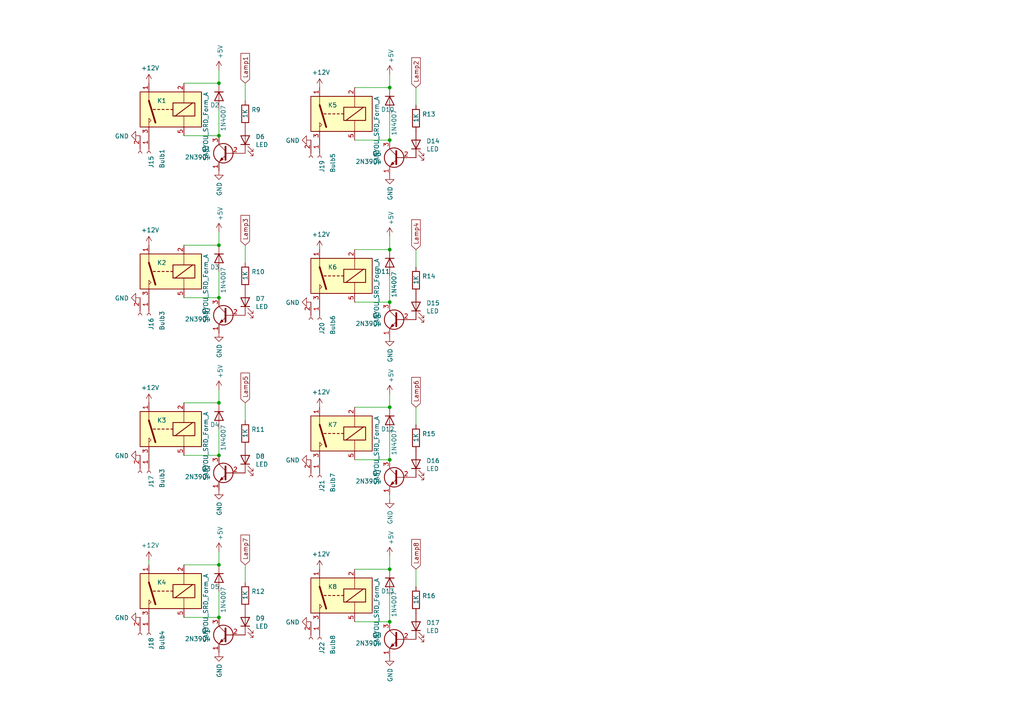
<source format=kicad_sch>
(kicad_sch (version 20230121) (generator eeschema)
  (paper "A4")
  (title_block (title "Quiz Buzzer") (date "2023-04-04") (rev "V0.1.2") (company "Tobin Stage") (comment 1 "By TwinTurbo"))
  (lib_symbols
    (symbol "Device:LED" (pin_numbers hide) (pin_names (offset 1.016) hide)
      (property "Reference" "D" (at 0 2.54 0))
      (property "Value" "LED" (at 0 -2.54 0))
      (symbol "LED_0_1"
        (polyline (pts (xy -1.27 -1.27) (xy -1.27 1.27)) (stroke (width 0.254)))
        (polyline (pts (xy -1.27 0) (xy 1.27 0)))
        (polyline (pts (xy 1.27 -1.27) (xy 1.27 1.27) (xy -1.27 0) (xy 1.27 -1.27)) (stroke (width 0.254)))
        (polyline (pts (xy -3.048 -0.762) (xy -4.572 -2.286) (xy -3.81 -2.286) (xy -4.572 -2.286) (xy -4.572 -1.524)))
        (polyline (pts (xy -1.778 -0.762) (xy -3.302 -2.286) (xy -2.54 -2.286) (xy -3.302 -2.286) (xy -3.302 -1.524)))
      )
      (symbol "LED_1_1"
        (pin passive line (at -3.81 0 0) (length 2.54) (name "K") (number "1"))
        (pin passive line (at 3.81 0 180) (length 2.54) (name "A") (number "2"))
      )
    )
    (symbol "Device:R" (pin_numbers hide) (pin_names (offset 0))
      (property "Reference" "R" (at 2.032 0 90))
      (property "Value" "R" (at 0 0 90))
      (symbol "R_0_1"
        (rectangle (start -1.016 -2.54) (end 1.016 2.54) (stroke (width 0.254)))
      )
      (symbol "R_1_1"
        (pin passive line (at 0 3.81 270) (length 1.27) (name "~") (number "1"))
        (pin passive line (at 0 -3.81 90) (length 1.27) (name "~") (number "2"))
      )
    )
    (symbol "Diode:1N4007" (pin_numbers hide) (pin_names hide)
      (property "Reference" "D" (at 0 2.54 0))
      (property "Value" "1N4007" (at 0 -2.54 0))
      (symbol "1N4007_0_1"
        (polyline (pts (xy -1.27 1.27) (xy -1.27 -1.27)) (stroke (width 0.254)))
        (polyline (pts (xy 1.27 0) (xy -1.27 0)))
        (polyline (pts (xy 1.27 1.27) (xy 1.27 -1.27) (xy -1.27 0) (xy 1.27 1.27)) (stroke (width 0.254)))
      )
      (symbol "1N4007_1_1"
        (pin passive line (at -3.81 0 0) (length 2.54) (name "K") (number "1"))
        (pin passive line (at 3.81 0 180) (length 2.54) (name "A") (number "2"))
      )
    )
    (symbol "Relay:SANYOU_SRD_Form_A"
      (property "Reference" "K" (at 8.89 3.81 0))
      (property "Value" "SANYOU_SRD_Form_A" (at 8.89 1.27 0))
      (symbol "SANYOU_SRD_Form_A_0_0"
        (polyline (pts (xy 5.08 5.08) (xy 5.08 2.54) (xy 4.445 3.175) (xy 5.08 3.81)))
      )
      (symbol "SANYOU_SRD_Form_A_0_1"
        (rectangle (start -10.16 5.08) (end 7.62 -5.08) (stroke (width 0.254)) (fill (type background)))
        (rectangle (start -8.255 1.905) (end -1.905 -1.905) (stroke (width 0.254)))
        (polyline (pts (xy -7.62 -1.905) (xy -2.54 1.905)) (stroke (width 0.254)))
        (polyline (pts (xy -5.08 -5.08) (xy -5.08 -1.905)))
        (polyline (pts (xy -5.08 5.08) (xy -5.08 1.905)))
        (polyline (pts (xy -1.905 0) (xy -1.27 0)) (stroke (width 0.254)))
        (polyline (pts (xy -0.635 0) (xy 0 0)) (stroke (width 0.254)))
        (polyline (pts (xy 0.635 0) (xy 1.27 0)) (stroke (width 0.254)))
        (polyline (pts (xy 1.905 0) (xy 2.54 0)) (stroke (width 0.254)))
        (polyline (pts (xy 3.175 0) (xy 3.81 0)) (stroke (width 0.254)))
        (polyline (pts (xy 5.08 -2.54) (xy 3.175 3.81)) (stroke (width 0.508)))
        (polyline (pts (xy 5.08 -2.54) (xy 5.08 -5.08)))
      )
      (symbol "SANYOU_SRD_Form_A_1_1"
        (pin passive line (at 5.08 -7.62 90) (length 2.54) (name "~") (number "1"))
        (pin passive line (at -5.08 -7.62 90) (length 2.54) (name "~") (number "2"))
        (pin passive line (at 5.08 7.62 270) (length 2.54) (name "~") (number "3"))
        (pin passive line (at -5.08 7.62 270) (length 2.54) (name "~") (number "5"))
      )
    )
    (symbol "Transistor_BJT:2N3904" (pin_names (offset 0) hide)
      (property "Reference" "Q" (at 5.08 1.905 0))
      (property "Value" "2N3904" (at 5.08 0 0))
      (symbol "2N3904_0_1"
        (polyline (pts (xy 0.635 0.635) (xy 2.54 2.54)))
        (polyline (pts (xy 0.635 -0.635) (xy 2.54 -2.54) (xy 2.54 -2.54)))
        (polyline (pts (xy 0.635 1.905) (xy 0.635 -1.905) (xy 0.635 -1.905)) (stroke (width 0.508)))
        (polyline (pts (xy 1.27 -1.778) (xy 1.778 -1.27) (xy 2.286 -2.286) (xy 1.27 -1.778) (xy 1.27 -1.778)) (fill (type outline)))
        (circle (center 1.27 0) (radius 2.8194) (stroke (width 0.254)))
      )
      (symbol "2N3904_1_1"
        (pin passive line (at 2.54 -5.08 90) (length 2.54) (name "E") (number "1"))
        (pin passive line (at -5.08 0 0) (length 5.715) (name "B") (number "2"))
        (pin passive line (at 2.54 5.08 270) (length 2.54) (name "C") (number "3"))
      )
    )
    (symbol "power:+12V" (power) (pin_names (offset 0))
      (property "Value" "+12V" (at 0 3.556 0))
      (symbol "+12V_0_1"
        (polyline (pts (xy -0.762 1.27) (xy 0 2.54)))
        (polyline (pts (xy 0 0) (xy 0 2.54)))
        (polyline (pts (xy 0 2.54) (xy 0.762 1.27)))
      )
      (symbol "+12V_1_1"
        (pin power_in line (at 0 0 90) (length 0) hide (name "+12V") (number "1"))
      )
    )
    (symbol "power:+5V" (power) (pin_names (offset 0))
      (property "Value" "+5V" (at 0 3.556 0))
      (symbol "+5V_0_1"
        (polyline (pts (xy -0.762 1.27) (xy 0 2.54)))
        (polyline (pts (xy 0 0) (xy 0 2.54)))
        (polyline (pts (xy 0 2.54) (xy 0.762 1.27)))
      )
      (symbol "+5V_1_1"
        (pin power_in line (at 0 0 90) (length 0) hide (name "+5V") (number "1"))
      )
    )
    (symbol "power:GND" (power) (pin_names (offset 0))
      (property "Value" "GND" (at 0 -3.81 0))
      (symbol "GND_0_1"
        (polyline (pts (xy 0 0) (xy 0 -1.27) (xy 1.27 -1.27) (xy 0 -2.54) (xy -1.27 -1.27) (xy 0 -1.27)))
      )
      (symbol "GND_1_1"
        (pin power_in line (at 0 0 270) (length 0) hide (name "GND") (number "1"))
      )
    )
    (symbol "quizbuzzer-rescue:Conn_01x02_Female-Connector" (pin_names (offset 1.016) hide)
      (property "Reference" "J" (at 0 2.54 0))
      (property "Value" "Connector_Conn_01x02_Female" (at 0 -5.08 0))
      (symbol "Conn_01x02_Female-Connector_1_1"
        (arc (start 0 -2.032) (mid -0.5058 -2.54) (end 0 -3.048) (stroke (width 0.1524)))
        (polyline (pts (xy -1.27 -2.54) (xy -0.508 -2.54)) (stroke (width 0.1524)))
        (polyline (pts (xy -1.27 0) (xy -0.508 0)) (stroke (width 0.1524)))
        (arc (start 0 0.508) (mid -0.5058 0) (end 0 -0.508) (stroke (width 0.1524)))
        (pin passive line (at -5.08 0 0) (length 3.81) (name "Pin_1") (number "1"))
        (pin passive line (at -5.08 -2.54 0) (length 3.81) (name "Pin_2") (number "2"))
      )
    )
  )
  (junction (at 113.03 40.64))
  (junction (at 113.03 25.4))
  (junction (at 63.5 179.07))
  (junction (at 63.5 86.36))
  (junction (at 63.5 24.13))
  (junction (at 113.03 72.39))
  (junction (at 113.03 118.11))
  (junction (at 113.03 133.35))
  (junction (at 63.5 39.37))
  (junction (at 113.03 87.63))
  (junction (at 63.5 71.12))
  (junction (at 63.5 163.83))
  (junction (at 63.5 116.84))
  (junction (at 63.5 132.08))
  (junction (at 113.03 165.1))
  (junction (at 113.03 180.34))
  (wire (pts (xy 113.03 172.72) (xy 113.03 180.34)))
  (wire (pts (xy 120.65 170.18) (xy 120.65 165.1)))
  (wire (pts (xy 113.03 33.02) (xy 113.03 40.64)))
  (wire (pts (xy 102.87 40.64) (xy 113.03 40.64)))
  (wire (pts (xy 113.03 114.3) (xy 113.03 118.11)))
  (wire (pts (xy 71.12 76.2) (xy 71.12 71.12)))
  (wire (pts (xy 53.34 39.37) (xy 63.5 39.37)))
  (wire (pts (xy 63.5 171.45) (xy 63.5 179.07)))
  (wire (pts (xy 120.65 30.48) (xy 120.65 25.4)))
  (wire (pts (xy 63.5 20.32) (xy 63.5 24.13)))
  (wire (pts (xy 63.5 71.12) (xy 53.34 71.12)))
  (wire (pts (xy 63.5 24.13) (xy 53.34 24.13)))
  (wire (pts (xy 63.5 31.75) (xy 63.5 39.37)))
  (wire (pts (xy 71.12 168.91) (xy 71.12 163.83)))
  (wire (pts (xy 113.03 143.51) (xy 113.03 144.78)))
  (wire (pts (xy 113.03 21.59) (xy 113.03 25.4)))
  (wire (pts (xy 53.34 86.36) (xy 63.5 86.36)))
  (wire (pts (xy 63.5 78.74) (xy 63.5 86.36)))
  (wire (pts (xy 113.03 125.73) (xy 113.03 133.35)))
  (wire (pts (xy 63.5 67.31) (xy 63.5 71.12)))
  (wire (pts (xy 63.5 116.84) (xy 53.34 116.84)))
  (wire (pts (xy 113.03 165.1) (xy 102.87 165.1)))
  (wire (pts (xy 113.03 80.01) (xy 113.03 87.63)))
  (wire (pts (xy 71.12 121.92) (xy 71.12 116.84)))
  (wire (pts (xy 102.87 133.35) (xy 113.03 133.35)))
  (wire (pts (xy 71.12 29.21) (xy 71.12 24.13)))
  (wire (pts (xy 102.87 87.63) (xy 113.03 87.63)))
  (wire (pts (xy 63.5 113.03) (xy 63.5 116.84)))
  (wire (pts (xy 63.5 124.46) (xy 63.5 132.08)))
  (wire (pts (xy 113.03 161.29) (xy 113.03 165.1)))
  (wire (pts (xy 63.5 163.83) (xy 53.34 163.83)))
  (wire (pts (xy 113.03 25.4) (xy 102.87 25.4)))
  (wire (pts (xy 113.03 68.58) (xy 113.03 72.39)))
  (wire (pts (xy 113.03 72.39) (xy 102.87 72.39)))
  (wire (pts (xy 43.18 162.56) (xy 43.18 163.83)))
  (wire (pts (xy 63.5 160.02) (xy 63.5 163.83)))
  (wire (pts (xy 102.87 180.34) (xy 113.03 180.34)))
  (wire (pts (xy 53.34 132.08) (xy 63.5 132.08)))
  (wire (pts (xy 53.34 179.07) (xy 63.5 179.07)))
  (wire (pts (xy 113.03 118.11) (xy 102.87 118.11)))
  (wire (pts (xy 120.65 123.19) (xy 120.65 118.11)))
  (wire (pts (xy 120.65 77.47) (xy 120.65 72.39)))
  (global_label "Lamp7" (shape input) (at 71.12 163.83 90) (property "Intersheetrefs" "${INTERSHEET_REFS}" (effects hide)))
  (global_label "Lamp2" (shape input) (at 120.65 25.4 90) (property "Intersheetrefs" "${INTERSHEET_REFS}" (effects hide)))
  (global_label "Lamp5" (shape input) (at 71.12 116.84 90) (property "Intersheetrefs" "${INTERSHEET_REFS}" (effects hide)))
  (global_label "Lamp1" (shape input) (at 71.12 24.13 90) (property "Intersheetrefs" "${INTERSHEET_REFS}" (effects hide)))
  (global_label "Lamp3" (shape input) (at 71.12 71.12 90) (property "Intersheetrefs" "${INTERSHEET_REFS}" (effects hide)))
  (global_label "Lamp8" (shape input) (at 120.65 165.1 90) (property "Intersheetrefs" "${INTERSHEET_REFS}" (effects hide)))
  (global_label "Lamp4" (shape input) (at 120.65 72.39 90) (property "Intersheetrefs" "${INTERSHEET_REFS}" (effects hide)))
  (global_label "Lamp6" (shape input) (at 120.65 118.11 90) (property "Intersheetrefs" "${INTERSHEET_REFS}" (effects hide)))
  (symbol (lib_id "Diode:1N4007") (at 63.5 27.94 270) (unit 1)
    (property "Reference" "D2" (at 60.96 30.48 90) (effects (justify left)))
    (property "Value" "1N4007" (at 64.77 30.48 0) (effects (justify left)))
    (property "Footprint" "Diode_THT:D_DO-41_SOD81_P10.16mm_Horizontal" (effects hide))
    (property "Datasheet" "http://www.vishay.com/docs/88503/1n4001.pdf" (effects hide))
  )
  (symbol (lib_id "Transistor_BJT:2N3904") (at 66.04 44.45 0) (mirror y) (unit 1)
    (property "Reference" "Q1" (at 61.1886 43.2816 0) (effects (justify left)))
    (property "Value" "2N3904" (at 61.1886 45.593 0) (effects (justify left)))
    (property "Footprint" "Package_TO_SOT_THT:TO-92_Inline_Wide" (effects hide))
    (property "Datasheet" "https://www.onsemi.com/pub/Collateral/2N3903-D.PDF" (effects hide))
  )
  (symbol (lib_id "Device:LED") (at 71.12 40.64 90) (unit 1)
    (property "Reference" "D6" (at 74.1172 39.6494 90) (effects (justify right)))
    (property "Value" "LED" (at 74.1172 41.9608 90) (effects (justify right)))
    (property "Footprint" "LED_THT:LED_D5.0mm" (effects hide))
  )
  (symbol (lib_id "Device:R") (at 71.12 33.02 0) (unit 1)
    (property "Reference" "R9" (at 72.898 31.8516 0) (effects (justify left)))
    (property "Value" "1K" (at 71.12 34.29 90) (effects (justify left)))
    (property "Footprint" "Resistor_THT:R_Axial_DIN0207_L6.3mm_D2.5mm_P10.16mm_Horizontal" (effects hide))
  )
  (symbol (lib_id "power:GND") (at 63.5 49.53 0) (unit 1)
    (property "Reference" "#PWR042" (effects hide))
    (property "Value" "GND" (at 63.627 52.7812 90) (effects (justify right)))
  )
  (symbol (lib_id "power:+5V") (at 63.5 20.32 0) (unit 1)
    (property "Reference" "#PWR041" (effects hide))
    (property "Value" "+5V" (at 63.881 17.0688 90) (effects (justify left)))
  )
  (symbol (lib_id "quizbuzzer-rescue:Conn_01x02_Female-Connector") (at 43.18 44.45 270) (unit 1)
    (property "Reference" "J15" (at 43.8404 45.1612 0) (effects (justify left)))
    (property "Value" "Bulb1" (at 46.99 43.18 0) (effects (justify left)))
    (property "Footprint" "Connector_Molex:Molex_KK-254_AE-6410-02A_1x02_P2.54mm_Vertical" (effects hide))
  )
  (symbol (lib_id "power:GND") (at 40.64 39.37 270) (unit 1)
    (property "Reference" "#PWR033" (effects hide))
    (property "Value" "GND" (at 37.3888 39.497 90) (effects (justify right)))
  )
  (symbol (lib_id "power:+12V") (at 43.18 24.13 0) (unit 1)
    (property "Reference" "#PWR037" (effects hide))
    (property "Value" "+12V" (at 43.561 19.7358 0))
  )
  (symbol (lib_id "Relay:SANYOU_SRD_Form_A") (at 48.26 31.75 180) (unit 1)
    (property "Reference" "K1" (at 48.26 29.21 0) (effects (justify left)))
    (property "Value" "SANYOU_SRD_Form_A" (at 59.69 26.67 90) (effects (justify left)))
    (property "Footprint" "Relay_THT:Relay_SPST_SANYOU_SRD_Series_Form_A" (effects hide))
    (property "Datasheet" "http://www.sanyourelay.ca/public/products/pdf/SRD.pdf" (effects hide))
  )
  (symbol (lib_id "Diode:1N4007") (at 113.03 29.21 270) (unit 1)
    (property "Reference" "D10" (at 110.49 31.75 90) (effects (justify left)))
    (property "Value" "1N4007" (at 114.3 31.75 0) (effects (justify left)))
    (property "Footprint" "Diode_THT:D_DO-41_SOD81_P10.16mm_Horizontal" (effects hide))
    (property "Datasheet" "http://www.vishay.com/docs/88503/1n4001.pdf" (effects hide))
  )
  (symbol (lib_id "Transistor_BJT:2N3904") (at 115.57 45.72 0) (mirror y) (unit 1)
    (property "Reference" "Q5" (at 110.7186 44.5516 0) (effects (justify left)))
    (property "Value" "2N3904" (at 110.7186 46.863 0) (effects (justify left)))
    (property "Footprint" "Package_TO_SOT_THT:TO-92_Inline_Wide" (effects hide))
    (property "Datasheet" "https://www.onsemi.com/pub/Collateral/2N3903-D.PDF" (effects hide))
  )
  (symbol (lib_id "Device:LED") (at 120.65 41.91 90) (unit 1)
    (property "Reference" "D14" (at 123.6472 40.9194 90) (effects (justify right)))
    (property "Value" "LED" (at 123.6472 43.2308 90) (effects (justify right)))
    (property "Footprint" "LED_THT:LED_D5.0mm" (effects hide))
  )
  (symbol (lib_id "Device:R") (at 120.65 34.29 0) (unit 1)
    (property "Reference" "R13" (at 122.428 33.1216 0) (effects (justify left)))
    (property "Value" "1K" (at 120.65 35.56 90) (effects (justify left)))
    (property "Footprint" "Resistor_THT:R_Axial_DIN0207_L6.3mm_D2.5mm_P10.16mm_Horizontal" (effects hide))
  )
  (symbol (lib_id "power:GND") (at 113.03 50.8 0) (unit 1)
    (property "Reference" "#PWR058" (effects hide))
    (property "Value" "GND" (at 113.157 54.0512 90) (effects (justify right)))
  )
  (symbol (lib_id "power:+5V") (at 113.03 21.59 0) (unit 1)
    (property "Reference" "#PWR057" (effects hide))
    (property "Value" "+5V" (at 113.411 18.3388 90) (effects (justify left)))
  )
  (symbol (lib_id "quizbuzzer-rescue:Conn_01x02_Female-Connector") (at 92.71 45.72 270) (unit 1)
    (property "Reference" "J19" (at 93.3704 46.4312 0) (effects (justify left)))
    (property "Value" "Bulb5" (at 96.52 44.45 0) (effects (justify left)))
    (property "Footprint" "Connector_Molex:Molex_KK-254_AE-6410-02A_1x02_P2.54mm_Vertical" (effects hide))
  )
  (symbol (lib_id "power:GND") (at 90.17 40.64 270) (unit 1)
    (property "Reference" "#PWR049" (effects hide))
    (property "Value" "GND" (at 86.9188 40.767 90) (effects (justify right)))
  )
  (symbol (lib_id "power:+12V") (at 92.71 25.4 0) (unit 1)
    (property "Reference" "#PWR053" (effects hide))
    (property "Value" "+12V" (at 93.091 21.0058 0))
  )
  (symbol (lib_id "Relay:SANYOU_SRD_Form_A") (at 97.79 33.02 180) (unit 1)
    (property "Reference" "K5" (at 97.79 30.48 0) (effects (justify left)))
    (property "Value" "SANYOU_SRD_Form_A" (at 109.22 27.94 90) (effects (justify left)))
    (property "Footprint" "Relay_THT:Relay_SPST_SANYOU_SRD_Series_Form_A" (effects hide))
    (property "Datasheet" "http://www.sanyourelay.ca/public/products/pdf/SRD.pdf" (effects hide))
  )
  (symbol (lib_id "Diode:1N4007") (at 63.5 74.93 270) (unit 1)
    (property "Reference" "D3" (at 60.96 77.47 90) (effects (justify left)))
    (property "Value" "1N4007" (at 64.77 77.47 0) (effects (justify left)))
    (property "Footprint" "Diode_THT:D_DO-41_SOD81_P10.16mm_Horizontal" (effects hide))
    (property "Datasheet" "http://www.vishay.com/docs/88503/1n4001.pdf" (effects hide))
  )
  (symbol (lib_id "Transistor_BJT:2N3904") (at 66.04 91.44 0) (mirror y) (unit 1)
    (property "Reference" "Q2" (at 61.1886 90.2716 0) (effects (justify left)))
    (property "Value" "2N3904" (at 61.1886 92.583 0) (effects (justify left)))
    (property "Footprint" "Package_TO_SOT_THT:TO-92_Inline_Wide" (effects hide))
    (property "Datasheet" "https://www.onsemi.com/pub/Collateral/2N3903-D.PDF" (effects hide))
  )
  (symbol (lib_id "Device:LED") (at 71.12 87.63 90) (unit 1)
    (property "Reference" "D7" (at 74.1172 86.6394 90) (effects (justify right)))
    (property "Value" "LED" (at 74.1172 88.9508 90) (effects (justify right)))
    (property "Footprint" "LED_THT:LED_D5.0mm" (effects hide))
  )
  (symbol (lib_id "Device:R") (at 71.12 80.01 0) (unit 1)
    (property "Reference" "R10" (at 72.898 78.8416 0) (effects (justify left)))
    (property "Value" "1K" (at 71.12 81.28 90) (effects (justify left)))
    (property "Footprint" "Resistor_THT:R_Axial_DIN0207_L6.3mm_D2.5mm_P10.16mm_Horizontal" (effects hide))
  )
  (symbol (lib_id "power:GND") (at 63.5 96.52 0) (unit 1)
    (property "Reference" "#PWR044" (effects hide))
    (property "Value" "GND" (at 63.627 99.7712 90) (effects (justify right)))
  )
  (symbol (lib_id "power:+5V") (at 63.5 67.31 0) (unit 1)
    (property "Reference" "#PWR043" (effects hide))
    (property "Value" "+5V" (at 63.881 64.0588 90) (effects (justify left)))
  )
  (symbol (lib_id "quizbuzzer-rescue:Conn_01x02_Female-Connector") (at 43.18 91.44 270) (unit 1)
    (property "Reference" "J16" (at 43.8404 92.1512 0) (effects (justify left)))
    (property "Value" "Bulb3" (at 46.99 90.17 0) (effects (justify left)))
    (property "Footprint" "Connector_Molex:Molex_KK-254_AE-6410-02A_1x02_P2.54mm_Vertical" (effects hide))
  )
  (symbol (lib_id "power:GND") (at 40.64 86.36 270) (unit 1)
    (property "Reference" "#PWR034" (effects hide))
    (property "Value" "GND" (at 37.3888 86.487 90) (effects (justify right)))
  )
  (symbol (lib_id "power:+12V") (at 43.18 71.12 0) (unit 1)
    (property "Reference" "#PWR038" (effects hide))
    (property "Value" "+12V" (at 43.561 66.7258 0))
  )
  (symbol (lib_id "Relay:SANYOU_SRD_Form_A") (at 48.26 78.74 180) (unit 1)
    (property "Reference" "K2" (at 48.26 76.2 0) (effects (justify left)))
    (property "Value" "SANYOU_SRD_Form_A" (at 59.69 73.66 90) (effects (justify left)))
    (property "Footprint" "Relay_THT:Relay_SPST_SANYOU_SRD_Series_Form_A" (effects hide))
    (property "Datasheet" "http://www.sanyourelay.ca/public/products/pdf/SRD.pdf" (effects hide))
  )
  (symbol (lib_id "Diode:1N4007") (at 113.03 76.2 270) (unit 1)
    (property "Reference" "D11" (at 109.22 78.74 90) (effects (justify left)))
    (property "Value" "1N4007" (at 114.3 78.74 0) (effects (justify left)))
    (property "Footprint" "Diode_THT:D_DO-41_SOD81_P10.16mm_Horizontal" (effects hide))
    (property "Datasheet" "http://www.vishay.com/docs/88503/1n4001.pdf" (effects hide))
  )
  (symbol (lib_id "Transistor_BJT:2N3904") (at 115.57 92.71 0) (mirror y) (unit 1)
    (property "Reference" "Q6" (at 110.7186 91.5416 0) (effects (justify left)))
    (property "Value" "2N3904" (at 110.7186 93.853 0) (effects (justify left)))
    (property "Footprint" "Package_TO_SOT_THT:TO-92_Inline_Wide" (effects hide))
    (property "Datasheet" "https://www.onsemi.com/pub/Collateral/2N3903-D.PDF" (effects hide))
  )
  (symbol (lib_id "Device:LED") (at 120.65 88.9 90) (unit 1)
    (property "Reference" "D15" (at 123.6472 87.9094 90) (effects (justify right)))
    (property "Value" "LED" (at 123.6472 90.2208 90) (effects (justify right)))
    (property "Footprint" "LED_THT:LED_D5.0mm" (effects hide))
  )
  (symbol (lib_id "Device:R") (at 120.65 81.28 0) (unit 1)
    (property "Reference" "R14" (at 122.428 80.1116 0) (effects (justify left)))
    (property "Value" "1K" (at 120.65 82.55 90) (effects (justify left)))
    (property "Footprint" "Resistor_THT:R_Axial_DIN0207_L6.3mm_D2.5mm_P10.16mm_Horizontal" (effects hide))
  )
  (symbol (lib_id "power:GND") (at 113.03 97.79 0) (unit 1)
    (property "Reference" "#PWR060" (effects hide))
    (property "Value" "GND" (at 113.157 101.0412 90) (effects (justify right)))
  )
  (symbol (lib_id "power:+5V") (at 113.03 68.58 0) (unit 1)
    (property "Reference" "#PWR059" (effects hide))
    (property "Value" "+5V" (at 113.411 65.3288 90) (effects (justify left)))
  )
  (symbol (lib_id "quizbuzzer-rescue:Conn_01x02_Female-Connector") (at 92.71 92.71 270) (unit 1)
    (property "Reference" "J20" (at 93.3704 93.4212 0) (effects (justify left)))
    (property "Value" "Bulb6" (at 96.52 91.44 0) (effects (justify left)))
    (property "Footprint" "Connector_Molex:Molex_KK-254_AE-6410-02A_1x02_P2.54mm_Vertical" (effects hide))
  )
  (symbol (lib_id "power:GND") (at 90.17 87.63 270) (unit 1)
    (property "Reference" "#PWR050" (effects hide))
    (property "Value" "GND" (at 86.9188 87.757 90) (effects (justify right)))
  )
  (symbol (lib_id "power:+12V") (at 92.71 72.39 0) (unit 1)
    (property "Reference" "#PWR054" (effects hide))
    (property "Value" "+12V" (at 93.091 67.9958 0))
  )
  (symbol (lib_id "Relay:SANYOU_SRD_Form_A") (at 97.79 80.01 180) (unit 1)
    (property "Reference" "K6" (at 97.79 77.47 0) (effects (justify left)))
    (property "Value" "SANYOU_SRD_Form_A" (at 109.22 74.93 90) (effects (justify left)))
    (property "Footprint" "Relay_THT:Relay_SPST_SANYOU_SRD_Series_Form_A" (effects hide))
    (property "Datasheet" "http://www.sanyourelay.ca/public/products/pdf/SRD.pdf" (effects hide))
  )
  (symbol (lib_id "Diode:1N4007") (at 63.5 120.65 270) (unit 1)
    (property "Reference" "D4" (at 60.96 123.19 90) (effects (justify left)))
    (property "Value" "1N4007" (at 64.77 123.19 0) (effects (justify left)))
    (property "Footprint" "Diode_THT:D_DO-41_SOD81_P10.16mm_Horizontal" (effects hide))
    (property "Datasheet" "http://www.vishay.com/docs/88503/1n4001.pdf" (effects hide))
  )
  (symbol (lib_id "Transistor_BJT:2N3904") (at 66.04 137.16 0) (mirror y) (unit 1)
    (property "Reference" "Q3" (at 61.1886 135.9916 0) (effects (justify left)))
    (property "Value" "2N3904" (at 61.1886 138.303 0) (effects (justify left)))
    (property "Footprint" "Package_TO_SOT_THT:TO-92_Inline_Wide" (effects hide))
    (property "Datasheet" "https://www.onsemi.com/pub/Collateral/2N3903-D.PDF" (effects hide))
  )
  (symbol (lib_id "Device:LED") (at 71.12 133.35 90) (unit 1)
    (property "Reference" "D8" (at 74.1172 132.3594 90) (effects (justify right)))
    (property "Value" "LED" (at 74.1172 134.6708 90) (effects (justify right)))
    (property "Footprint" "LED_THT:LED_D5.0mm" (effects hide))
  )
  (symbol (lib_id "Device:R") (at 71.12 125.73 0) (unit 1)
    (property "Reference" "R11" (at 72.898 124.5616 0) (effects (justify left)))
    (property "Value" "1K" (at 71.12 127 90) (effects (justify left)))
    (property "Footprint" "Resistor_THT:R_Axial_DIN0207_L6.3mm_D2.5mm_P10.16mm_Horizontal" (effects hide))
  )
  (symbol (lib_id "power:GND") (at 63.5 142.24 0) (unit 1)
    (property "Reference" "#PWR046" (effects hide))
    (property "Value" "GND" (at 63.627 145.4912 90) (effects (justify right)))
  )
  (symbol (lib_id "power:+5V") (at 63.5 113.03 0) (unit 1)
    (property "Reference" "#PWR045" (effects hide))
    (property "Value" "+5V" (at 63.881 109.7788 90) (effects (justify left)))
  )
  (symbol (lib_id "quizbuzzer-rescue:Conn_01x02_Female-Connector") (at 43.18 137.16 270) (unit 1)
    (property "Reference" "J17" (at 43.8404 137.8712 0) (effects (justify left)))
    (property "Value" "Bulb3" (at 46.99 135.89 0) (effects (justify left)))
    (property "Footprint" "Connector_Molex:Molex_KK-254_AE-6410-02A_1x02_P2.54mm_Vertical" (effects hide))
  )
  (symbol (lib_id "power:GND") (at 40.64 132.08 270) (unit 1)
    (property "Reference" "#PWR035" (effects hide))
    (property "Value" "GND" (at 37.3888 132.207 90) (effects (justify right)))
  )
  (symbol (lib_id "power:+12V") (at 43.18 116.84 0) (unit 1)
    (property "Reference" "#PWR039" (effects hide))
    (property "Value" "+12V" (at 43.561 112.4458 0))
  )
  (symbol (lib_id "Relay:SANYOU_SRD_Form_A") (at 48.26 124.46 180) (unit 1)
    (property "Reference" "K3" (at 48.26 121.92 0) (effects (justify left)))
    (property "Value" "SANYOU_SRD_Form_A" (at 59.69 119.38 90) (effects (justify left)))
    (property "Footprint" "Relay_THT:Relay_SPST_SANYOU_SRD_Series_Form_A" (effects hide))
    (property "Datasheet" "http://www.sanyourelay.ca/public/products/pdf/SRD.pdf" (effects hide))
  )
  (symbol (lib_id "Diode:1N4007") (at 113.03 121.92 270) (unit 1)
    (property "Reference" "D12" (at 110.49 124.46 90) (effects (justify left)))
    (property "Value" "1N4007" (at 114.3 124.46 0) (effects (justify left)))
    (property "Footprint" "Diode_THT:D_DO-41_SOD81_P10.16mm_Horizontal" (effects hide))
    (property "Datasheet" "http://www.vishay.com/docs/88503/1n4001.pdf" (effects hide))
  )
  (symbol (lib_id "Transistor_BJT:2N3904") (at 115.57 138.43 0) (mirror y) (unit 1)
    (property "Reference" "Q7" (at 110.7186 137.2616 0) (effects (justify left)))
    (property "Value" "2N3904" (at 110.7186 139.573 0) (effects (justify left)))
    (property "Footprint" "Package_TO_SOT_THT:TO-92_Inline_Wide" (effects hide))
    (property "Datasheet" "https://www.onsemi.com/pub/Collateral/2N3903-D.PDF" (effects hide))
  )
  (symbol (lib_id "Device:LED") (at 120.65 134.62 90) (unit 1)
    (property "Reference" "D16" (at 123.6472 133.6294 90) (effects (justify right)))
    (property "Value" "LED" (at 123.6472 135.9408 90) (effects (justify right)))
    (property "Footprint" "LED_THT:LED_D5.0mm" (effects hide))
  )
  (symbol (lib_id "Device:R") (at 120.65 127 0) (unit 1)
    (property "Reference" "R15" (at 122.428 125.8316 0) (effects (justify left)))
    (property "Value" "1K" (at 120.65 128.27 90) (effects (justify left)))
    (property "Footprint" "Resistor_THT:R_Axial_DIN0207_L6.3mm_D2.5mm_P10.16mm_Horizontal" (effects hide))
  )
  (symbol (lib_id "power:GND") (at 113.03 144.78 0) (unit 1)
    (property "Reference" "#PWR062" (effects hide))
    (property "Value" "GND" (at 113.157 148.0312 90) (effects (justify right)))
  )
  (symbol (lib_id "power:+5V") (at 113.03 114.3 0) (unit 1)
    (property "Reference" "#PWR061" (effects hide))
    (property "Value" "+5V" (at 113.411 111.0488 90) (effects (justify left)))
  )
  (symbol (lib_id "quizbuzzer-rescue:Conn_01x02_Female-Connector") (at 92.71 138.43 270) (unit 1)
    (property "Reference" "J21" (at 93.3704 139.1412 0) (effects (justify left)))
    (property "Value" "Bulb7" (at 96.52 137.16 0) (effects (justify left)))
    (property "Footprint" "Connector_Molex:Molex_KK-254_AE-6410-02A_1x02_P2.54mm_Vertical" (effects hide))
  )
  (symbol (lib_id "power:GND") (at 90.17 133.35 270) (unit 1)
    (property "Reference" "#PWR051" (effects hide))
    (property "Value" "GND" (at 86.9188 133.477 90) (effects (justify right)))
  )
  (symbol (lib_id "power:+12V") (at 92.71 118.11 0) (unit 1)
    (property "Reference" "#PWR055" (effects hide))
    (property "Value" "+12V" (at 93.091 113.7158 0))
  )
  (symbol (lib_id "Relay:SANYOU_SRD_Form_A") (at 97.79 125.73 180) (unit 1)
    (property "Reference" "K7" (at 97.79 123.19 0) (effects (justify left)))
    (property "Value" "SANYOU_SRD_Form_A" (at 109.22 120.65 90) (effects (justify left)))
    (property "Footprint" "Relay_THT:Relay_SPST_SANYOU_SRD_Series_Form_A" (effects hide))
    (property "Datasheet" "http://www.sanyourelay.ca/public/products/pdf/SRD.pdf" (effects hide))
  )
  (symbol (lib_id "Diode:1N4007") (at 63.5 167.64 270) (unit 1)
    (property "Reference" "D5" (at 60.96 170.18 90) (effects (justify left)))
    (property "Value" "1N4007" (at 64.77 170.18 0) (effects (justify left)))
    (property "Footprint" "Diode_THT:D_DO-41_SOD81_P10.16mm_Horizontal" (effects hide))
    (property "Datasheet" "http://www.vishay.com/docs/88503/1n4001.pdf" (effects hide))
  )
  (symbol (lib_id "Transistor_BJT:2N3904") (at 66.04 184.15 0) (mirror y) (unit 1)
    (property "Reference" "Q4" (at 61.1886 182.9816 0) (effects (justify left)))
    (property "Value" "2N3904" (at 61.1886 185.293 0) (effects (justify left)))
    (property "Footprint" "Package_TO_SOT_THT:TO-92_Inline_Wide" (effects hide))
    (property "Datasheet" "https://www.onsemi.com/pub/Collateral/2N3903-D.PDF" (effects hide))
  )
  (symbol (lib_id "Device:LED") (at 71.12 180.34 90) (unit 1)
    (property "Reference" "D9" (at 74.1172 179.3494 90) (effects (justify right)))
    (property "Value" "LED" (at 74.1172 181.6608 90) (effects (justify right)))
    (property "Footprint" "LED_THT:LED_D5.0mm" (effects hide))
  )
  (symbol (lib_id "Device:R") (at 71.12 172.72 0) (unit 1)
    (property "Reference" "R12" (at 72.898 171.5516 0) (effects (justify left)))
    (property "Value" "1K" (at 71.12 173.99 90) (effects (justify left)))
    (property "Footprint" "Resistor_THT:R_Axial_DIN0207_L6.3mm_D2.5mm_P10.16mm_Horizontal" (effects hide))
  )
  (symbol (lib_id "power:GND") (at 63.5 189.23 0) (unit 1)
    (property "Reference" "#PWR048" (effects hide))
    (property "Value" "GND" (at 63.627 192.4812 90) (effects (justify right)))
  )
  (symbol (lib_id "power:+5V") (at 63.5 160.02 0) (unit 1)
    (property "Reference" "#PWR047" (effects hide))
    (property "Value" "+5V" (at 63.881 156.7688 90) (effects (justify left)))
  )
  (symbol (lib_id "quizbuzzer-rescue:Conn_01x02_Female-Connector") (at 43.18 184.15 270) (unit 1)
    (property "Reference" "J18" (at 43.8404 184.8612 0) (effects (justify left)))
    (property "Value" "Bulb4" (at 46.99 182.88 0) (effects (justify left)))
    (property "Footprint" "Connector_Molex:Molex_KK-254_AE-6410-02A_1x02_P2.54mm_Vertical" (effects hide))
  )
  (symbol (lib_id "power:GND") (at 40.64 179.07 270) (unit 1)
    (property "Reference" "#PWR036" (effects hide))
    (property "Value" "GND" (at 37.3888 179.197 90) (effects (justify right)))
  )
  (symbol (lib_id "power:+12V") (at 43.18 162.56 0) (unit 1)
    (property "Reference" "#PWR040" (effects hide))
    (property "Value" "+12V" (at 43.561 158.1658 0))
  )
  (symbol (lib_id "Relay:SANYOU_SRD_Form_A") (at 48.26 171.45 180) (unit 1)
    (property "Reference" "K4" (at 48.26 168.91 0) (effects (justify left)))
    (property "Value" "SANYOU_SRD_Form_A" (at 59.69 166.37 90) (effects (justify left)))
    (property "Footprint" "Relay_THT:Relay_SPST_SANYOU_SRD_Series_Form_A" (effects hide))
    (property "Datasheet" "http://www.sanyourelay.ca/public/products/pdf/SRD.pdf" (effects hide))
  )
  (symbol (lib_id "Diode:1N4007") (at 113.03 168.91 270) (unit 1)
    (property "Reference" "D13" (at 110.49 171.45 90) (effects (justify left)))
    (property "Value" "1N4007" (at 114.3 171.45 0) (effects (justify left)))
    (property "Footprint" "Diode_THT:D_DO-41_SOD81_P10.16mm_Horizontal" (effects hide))
    (property "Datasheet" "http://www.vishay.com/docs/88503/1n4001.pdf" (effects hide))
  )
  (symbol (lib_id "Transistor_BJT:2N3904") (at 115.57 185.42 0) (mirror y) (unit 1)
    (property "Reference" "Q8" (at 110.7186 184.2516 0) (effects (justify left)))
    (property "Value" "2N3904" (at 110.7186 186.563 0) (effects (justify left)))
    (property "Footprint" "Package_TO_SOT_THT:TO-92_Inline_Wide" (effects hide))
    (property "Datasheet" "https://www.onsemi.com/pub/Collateral/2N3903-D.PDF" (effects hide))
  )
  (symbol (lib_id "Device:LED") (at 120.65 181.61 90) (unit 1)
    (property "Reference" "D17" (at 123.6472 180.6194 90) (effects (justify right)))
    (property "Value" "LED" (at 123.6472 182.9308 90) (effects (justify right)))
    (property "Footprint" "LED_THT:LED_D5.0mm" (effects hide))
  )
  (symbol (lib_id "Device:R") (at 120.65 173.99 0) (unit 1)
    (property "Reference" "R16" (at 122.428 172.8216 0) (effects (justify left)))
    (property "Value" "1K" (at 120.65 175.26 90) (effects (justify left)))
    (property "Footprint" "Resistor_THT:R_Axial_DIN0207_L6.3mm_D2.5mm_P10.16mm_Horizontal" (effects hide))
  )
  (symbol (lib_id "power:GND") (at 113.03 190.5 0) (unit 1)
    (property "Reference" "#PWR064" (effects hide))
    (property "Value" "GND" (at 113.157 193.7512 90) (effects (justify right)))
  )
  (symbol (lib_id "power:+5V") (at 113.03 161.29 0) (unit 1)
    (property "Reference" "#PWR063" (effects hide))
    (property "Value" "+5V" (at 113.411 158.0388 90) (effects (justify left)))
  )
  (symbol (lib_id "quizbuzzer-rescue:Conn_01x02_Female-Connector") (at 92.71 185.42 270) (unit 1)
    (property "Reference" "J22" (at 93.3704 186.1312 0) (effects (justify left)))
    (property "Value" "Bulb8" (at 96.52 184.15 0) (effects (justify left)))
    (property "Footprint" "Connector_Molex:Molex_KK-254_AE-6410-02A_1x02_P2.54mm_Vertical" (effects hide))
  )
  (symbol (lib_id "power:GND") (at 90.17 180.34 270) (unit 1)
    (property "Reference" "#PWR052" (effects hide))
    (property "Value" "GND" (at 86.9188 180.467 90) (effects (justify right)))
  )
  (symbol (lib_id "power:+12V") (at 92.71 165.1 0) (unit 1)
    (property "Reference" "#PWR056" (effects hide))
    (property "Value" "+12V" (at 93.091 160.7058 0))
  )
  (symbol (lib_id "Relay:SANYOU_SRD_Form_A") (at 97.79 172.72 180) (unit 1)
    (property "Reference" "K8" (at 97.79 170.18 0) (effects (justify left)))
    (property "Value" "SANYOU_SRD_Form_A" (at 109.22 167.64 90) (effects (justify left)))
    (property "Footprint" "Relay_THT:Relay_SPST_SANYOU_SRD_Series_Form_A" (effects hide))
    (property "Datasheet" "http://www.sanyourelay.ca/public/products/pdf/SRD.pdf" (effects hide))
  )
)
</source>
